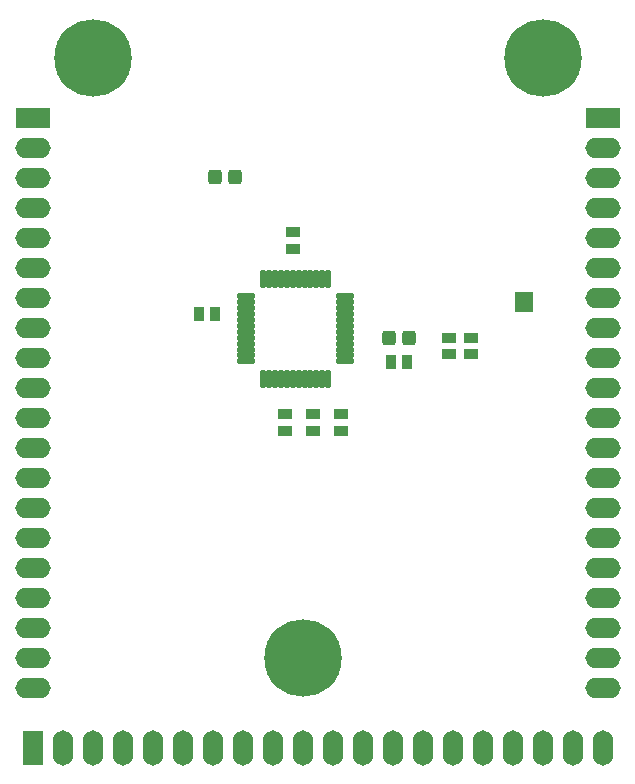
<source format=gts>
G04*
G04 #@! TF.GenerationSoftware,Altium Limited,Altium Designer,18.1.7 (191)*
G04*
G04 Layer_Color=8388736*
%FSLAX25Y25*%
%MOIN*%
G70*
G01*
G75*
%ADD22R,0.06299X0.07087*%
%ADD23O,0.02178X0.06312*%
%ADD24O,0.06312X0.02178*%
G04:AMPARAMS|DCode=25|XSize=47.37mil|YSize=43.43mil|CornerRadius=8.43mil|HoleSize=0mil|Usage=FLASHONLY|Rotation=270.000|XOffset=0mil|YOffset=0mil|HoleType=Round|Shape=RoundedRectangle|*
%AMROUNDEDRECTD25*
21,1,0.04737,0.02657,0,0,270.0*
21,1,0.03051,0.04343,0,0,270.0*
1,1,0.01686,-0.01329,-0.01526*
1,1,0.01686,-0.01329,0.01526*
1,1,0.01686,0.01329,0.01526*
1,1,0.01686,0.01329,-0.01526*
%
%ADD25ROUNDEDRECTD25*%
%ADD26R,0.04540X0.03753*%
%ADD27R,0.03753X0.04540*%
%ADD28R,0.05800X0.03300*%
%ADD29C,0.25800*%
%ADD30O,0.11800X0.06800*%
%ADD31R,0.11800X0.06800*%
%ADD32O,0.06800X0.11800*%
%ADD33R,0.06800X0.11800*%
D22*
X171500Y157000D02*
D03*
D23*
X84673Y164535D02*
D03*
X86642D02*
D03*
X88610D02*
D03*
X90579D02*
D03*
X92547D02*
D03*
X94516D02*
D03*
X96484D02*
D03*
X98453D02*
D03*
X100421D02*
D03*
X102390D02*
D03*
X104358D02*
D03*
X106327D02*
D03*
Y131465D02*
D03*
X104358D02*
D03*
X102390D02*
D03*
X100421D02*
D03*
X98453D02*
D03*
X96484D02*
D03*
X94516D02*
D03*
X92547D02*
D03*
X90579D02*
D03*
X88610D02*
D03*
X86642D02*
D03*
X84673D02*
D03*
D24*
X112035Y158827D02*
D03*
Y156858D02*
D03*
Y154890D02*
D03*
Y152921D02*
D03*
Y150953D02*
D03*
Y148984D02*
D03*
Y147016D02*
D03*
Y145047D02*
D03*
Y143079D02*
D03*
Y141110D02*
D03*
Y139142D02*
D03*
Y137173D02*
D03*
X78965D02*
D03*
Y139142D02*
D03*
Y141110D02*
D03*
Y143079D02*
D03*
Y145047D02*
D03*
Y147016D02*
D03*
Y148984D02*
D03*
Y150953D02*
D03*
Y152921D02*
D03*
Y154890D02*
D03*
Y156858D02*
D03*
Y158827D02*
D03*
D25*
X68654Y198500D02*
D03*
X75346D02*
D03*
X126654Y145047D02*
D03*
X133346D02*
D03*
D26*
X94500Y174744D02*
D03*
Y180256D02*
D03*
X110500Y119500D02*
D03*
Y113988D02*
D03*
X92000Y119500D02*
D03*
Y113988D02*
D03*
X101250Y119500D02*
D03*
Y113988D02*
D03*
X146500Y145047D02*
D03*
Y139535D02*
D03*
X154000Y145047D02*
D03*
Y139535D02*
D03*
D27*
X68756Y152921D02*
D03*
X63244D02*
D03*
X127244Y137000D02*
D03*
X132756D02*
D03*
D28*
X171500Y158622D02*
D03*
Y155378D02*
D03*
D29*
X177874Y238425D02*
D03*
X27874D02*
D03*
X97874Y38425D02*
D03*
D30*
X197874Y28425D02*
D03*
Y38425D02*
D03*
Y48425D02*
D03*
Y58425D02*
D03*
Y68425D02*
D03*
Y78425D02*
D03*
Y88425D02*
D03*
Y98425D02*
D03*
Y108425D02*
D03*
Y118425D02*
D03*
Y128425D02*
D03*
Y138425D02*
D03*
Y148425D02*
D03*
Y158425D02*
D03*
Y168425D02*
D03*
Y178425D02*
D03*
Y188425D02*
D03*
Y198425D02*
D03*
Y208425D02*
D03*
X7874Y28425D02*
D03*
Y38425D02*
D03*
Y48425D02*
D03*
Y58425D02*
D03*
Y68425D02*
D03*
Y78425D02*
D03*
Y88425D02*
D03*
Y98425D02*
D03*
Y108425D02*
D03*
Y118425D02*
D03*
Y128425D02*
D03*
Y138425D02*
D03*
Y148425D02*
D03*
Y158425D02*
D03*
Y168425D02*
D03*
Y178425D02*
D03*
Y188425D02*
D03*
Y198425D02*
D03*
Y208425D02*
D03*
D31*
X197874Y218425D02*
D03*
X7874D02*
D03*
D32*
X197874Y8425D02*
D03*
X187874D02*
D03*
X177874D02*
D03*
X167874D02*
D03*
X157874D02*
D03*
X147874D02*
D03*
X137874D02*
D03*
X127874D02*
D03*
X117874D02*
D03*
X107874D02*
D03*
X97874D02*
D03*
X87874D02*
D03*
X77874D02*
D03*
X67874D02*
D03*
X57874D02*
D03*
X47874D02*
D03*
X37874D02*
D03*
X27874D02*
D03*
X17874D02*
D03*
D33*
X7874D02*
D03*
M02*

</source>
